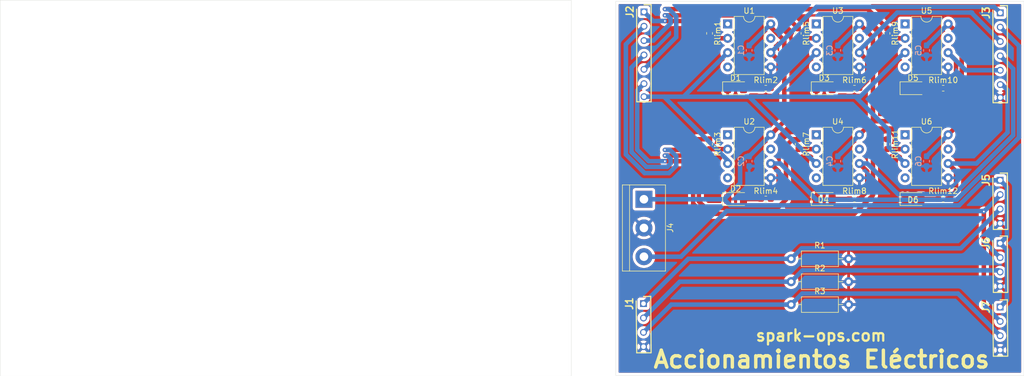
<source format=kicad_pcb>
(kicad_pcb
	(version 20240108)
	(generator "pcbnew")
	(generator_version "8.0")
	(general
		(thickness 1.6)
		(legacy_teardrops no)
	)
	(paper "A4")
	(layers
		(0 "F.Cu" signal)
		(31 "B.Cu" signal)
		(32 "B.Adhes" user "B.Adhesive")
		(33 "F.Adhes" user "F.Adhesive")
		(34 "B.Paste" user)
		(35 "F.Paste" user)
		(36 "B.SilkS" user "B.Silkscreen")
		(37 "F.SilkS" user "F.Silkscreen")
		(38 "B.Mask" user)
		(39 "F.Mask" user)
		(40 "Dwgs.User" user "User.Drawings")
		(41 "Cmts.User" user "User.Comments")
		(42 "Eco1.User" user "User.Eco1")
		(43 "Eco2.User" user "User.Eco2")
		(44 "Edge.Cuts" user)
		(45 "Margin" user)
		(46 "B.CrtYd" user "B.Courtyard")
		(47 "F.CrtYd" user "F.Courtyard")
		(48 "B.Fab" user)
		(49 "F.Fab" user)
		(50 "User.1" user)
		(51 "User.2" user)
		(52 "User.3" user)
		(53 "User.4" user)
		(54 "User.5" user)
		(55 "User.6" user)
		(56 "User.7" user)
		(57 "User.8" user)
		(58 "User.9" user)
	)
	(setup
		(pad_to_mask_clearance 0)
		(allow_soldermask_bridges_in_footprints no)
		(pcbplotparams
			(layerselection 0x00010fc_ffffffff)
			(plot_on_all_layers_selection 0x0000000_00000000)
			(disableapertmacros no)
			(usegerberextensions no)
			(usegerberattributes yes)
			(usegerberadvancedattributes yes)
			(creategerberjobfile yes)
			(dashed_line_dash_ratio 12.000000)
			(dashed_line_gap_ratio 3.000000)
			(svgprecision 4)
			(plotframeref no)
			(viasonmask no)
			(mode 1)
			(useauxorigin no)
			(hpglpennumber 1)
			(hpglpenspeed 20)
			(hpglpendiameter 15.000000)
			(pdf_front_fp_property_popups yes)
			(pdf_back_fp_property_popups yes)
			(dxfpolygonmode yes)
			(dxfimperialunits yes)
			(dxfusepcbnewfont yes)
			(psnegative no)
			(psa4output no)
			(plotreference yes)
			(plotvalue yes)
			(plotfptext yes)
			(plotinvisibletext no)
			(sketchpadsonfab no)
			(subtractmaskfromsilk no)
			(outputformat 1)
			(mirror no)
			(drillshape 0)
			(scaleselection 1)
			(outputdirectory "GerbersEnclosure/")
		)
	)
	(net 0 "")
	(net 1 "S3")
	(net 2 "S2")
	(net 3 "S1")
	(net 4 "S4")
	(net 5 "S5")
	(net 6 "S6")
	(net 7 "Q1")
	(net 8 "Net-(D1-A)")
	(net 9 "Net-(D2-A)")
	(net 10 "Net-(D3-A)")
	(net 11 "Net-(D4-A)")
	(net 12 "Net-(D5-A)")
	(net 13 "Net-(U1-A)")
	(net 14 "Net-(U2-A)")
	(net 15 "Net-(U3-A)")
	(net 16 "Net-(U4-A)")
	(net 17 "Net-(U5-A)")
	(net 18 "Net-(U6-A)")
	(net 19 "unconnected-(U1-VO-Pad7)")
	(net 20 "unconnected-(U1-NC-Pad4)")
	(net 21 "unconnected-(U1-NC-Pad1)")
	(net 22 "unconnected-(U2-VO-Pad7)")
	(net 23 "unconnected-(U2-NC-Pad1)")
	(net 24 "unconnected-(U2-NC-Pad4)")
	(net 25 "unconnected-(U3-VO-Pad7)")
	(net 26 "unconnected-(U3-NC-Pad1)")
	(net 27 "unconnected-(U3-NC-Pad4)")
	(net 28 "unconnected-(U4-VO-Pad7)")
	(net 29 "unconnected-(U4-NC-Pad1)")
	(net 30 "unconnected-(U4-NC-Pad4)")
	(net 31 "unconnected-(U5-NC-Pad4)")
	(net 32 "unconnected-(U5-VO-Pad7)")
	(net 33 "unconnected-(U5-NC-Pad1)")
	(net 34 "unconnected-(U6-VO-Pad7)")
	(net 35 "unconnected-(U6-NC-Pad4)")
	(net 36 "unconnected-(U6-NC-Pad1)")
	(net 37 "Net-(D6-A)")
	(net 38 "Q5")
	(net 39 "Q2")
	(net 40 "Q4")
	(net 41 "Q3")
	(net 42 "Q6")
	(net 43 "GND1")
	(net 44 "GND2")
	(net 45 "+VDC")
	(net 46 "-VDC")
	(net 47 "Net-(J1-Pad3)")
	(net 48 "Net-(J1-Pad2)")
	(net 49 "Net-(J1-Pad1)")
	(footprint "Package_DIP:DIP-8_W7.62mm" (layer "F.Cu") (at 207.665 65.915))
	(footprint "Diode_SMD:D_1206_3216Metric" (layer "F.Cu") (at 209.065 57.68))
	(footprint "sparkOpsHuellas:ConnSocket6" (layer "F.Cu") (at 224.5 44.34 -90))
	(footprint "Resistor_THT:R_Axial_DIN0207_L6.3mm_D2.5mm_P10.16mm_Horizontal" (layer "F.Cu") (at 187.52 87.85))
	(footprint "Package_DIP:DIP-8_W7.62mm" (layer "F.Cu") (at 176.285 65.915))
	(footprint "Inductor_SMD:L_0603_1608Metric_Pad1.05x0.95mm_HandSolder" (layer "F.Cu") (at 198.71 77.285))
	(footprint "Inductor_SMD:L_0603_1608Metric_Pad1.05x0.95mm_HandSolder" (layer "F.Cu") (at 204.465 67.58 -90))
	(footprint "sparkOpsHuellas:ConnSocket6" (layer "F.Cu") (at 161.485 44.17675 -90))
	(footprint "sparkOpsHuellas:ConnSocket6" (layer "F.Cu") (at 224.485 96.38 -90))
	(footprint "Inductor_SMD:L_0603_1608Metric_Pad1.05x0.95mm_HandSolder" (layer "F.Cu") (at 204.465 47.975 -90))
	(footprint "Package_DIP:DIP-8_W7.62mm" (layer "F.Cu") (at 191.965 65.915))
	(footprint "Inductor_SMD:L_0603_1608Metric_Pad1.05x0.95mm_HandSolder" (layer "F.Cu") (at 183.03 57.68))
	(footprint "Package_DIP:DIP-8_W7.62mm" (layer "F.Cu") (at 191.965 46.31))
	(footprint "Diode_SMD:D_1206_3216Metric" (layer "F.Cu") (at 193.365 57.68))
	(footprint "Inductor_SMD:L_0603_1608Metric_Pad1.05x0.95mm_HandSolder" (layer "F.Cu") (at 188.765 67.58 -90))
	(footprint "sparkOpsHuellas:ConnSocket6" (layer "F.Cu") (at 224.485 85.1 -90))
	(footprint "Diode_SMD:D_1206_3216Metric" (layer "F.Cu") (at 209.065 77.285))
	(footprint "Inductor_SMD:L_0603_1608Metric_Pad1.05x0.95mm_HandSolder" (layer "F.Cu") (at 173.085 67.58 -90))
	(footprint "Inductor_SMD:L_0603_1608Metric_Pad1.05x0.95mm_HandSolder" (layer "F.Cu") (at 188.765 47.975 -90))
	(footprint "Inductor_SMD:L_0603_1608Metric_Pad1.05x0.95mm_HandSolder" (layer "F.Cu") (at 214.41 77.285))
	(footprint "Inductor_SMD:L_0603_1608Metric_Pad1.05x0.95mm_HandSolder" (layer "F.Cu") (at 198.71 57.68))
	(footprint "Resistor_THT:R_Axial_DIN0207_L6.3mm_D2.5mm_P10.16mm_Horizontal" (layer "F.Cu") (at 187.52 91.9))
	(footprint "TerminalBlock:TerminalBlock_bornier-3_P5.08mm" (layer "F.Cu") (at 161.475 77.32 -90))
	(footprint "sparkOpsHuellas:ConnSocket6" (layer "F.Cu") (at 224.485 73.96 -90))
	(footprint "Inductor_SMD:L_0603_1608Metric_Pad1.05x0.95mm_HandSolder" (layer "F.Cu") (at 214.41 57.68))
	(footprint "Package_DIP:DIP-8_W7.62mm" (layer "F.Cu") (at 176.285 46.31))
	(footprint "Inductor_SMD:L_0603_1608Metric_Pad1.05x0.95mm_HandSolder" (layer "F.Cu") (at 173.085 47.975 -90))
	(footprint "Resistor_THT:R_Axial_DIN0207_L6.3mm_D2.5mm_P10.16mm_Horizontal" (layer "F.Cu") (at 187.52 95.95))
	(footprint "Package_DIP:DIP-8_W7.62mm" (layer "F.Cu") (at 207.665 46.31))
	(footprint "Diode_SMD:D_1206_3216Metric" (layer "F.Cu") (at 177.685 57.68))
	(footprint "sparkOpsHuellas:ConnSocket6" (layer "F.Cu") (at 161.4 95.78 -90))
	(footprint "Diode_SMD:D_1206_3216Metric" (layer "F.Cu") (at 177.685 77.285))
	(footprint "Diode_SMD:D_1206_3216Metric" (layer "F.Cu") (at 193.365 77.285))
	(footprint "Inductor_SMD:L_0603_1608Metric_Pad1.05x0.95mm_HandSolder" (layer "F.Cu") (at 183.03 77.285))
	(footprint "Inductor_SMD:L_0603_1608Metric_Pad1.05x0.95mm_HandSolder" (layer "B.Cu") (at 195.765 70.59 -90))
	(footprint "Inductor_SMD:L_0603_1608Metric_Pad1.05x0.95mm_HandSolder" (layer "B.Cu") (at 180.085 50.985 -90))
	(footprint "Inductor_SMD:L_0603_1608Metric_Pad1.05x0.95mm_HandSolder" (layer "B.Cu") (at 211.465 50.985 -90))
	(footprint "Inductor_SMD:L_0603_1608Metric_Pad1.05x0.95mm_HandSolder"
		(layer "B.Cu")
		(uuid "cad068ae-e46b-43a7-96d0-15d3dfba3f16")
		(at 195.765 50.985 -90)
		(descr "Inductor SMD 0603 (1608 Metric), square (rectangular) end terminal, IPC_7351 nominal with elongated pad for handsoldering. (Body size source: http://www.tortai-tech.com/upload/download/2011102023233369053.pdf), generated with kicad-footprint-generator")
		(tags "inductor handsolder")
		(property "Reference" "C3"
			(at 0 1.43 90)
			(layer "B.SilkS")
			(uuid "ecf1bd16-ecef-4f6f-a3a9-0db832288cc4")
			(effects
				(font
					(size 1 1)
					(thickness 0.15)
				)
				(justify mirror)
			)
		)
		(property "Value" "0.1uF"
			(at 0 -1.43 90)
			(layer "B.Fab")
			(uuid "94ffb3e1-a9ef-4763-ba53-599c6881d89c")
			(effects
				(font
					(size 1 1)
					(thickness 0.15)
				)
				(justify mirror)
			)
		)
		(property "Footprint" "Inductor_SMD:L_0603_1608Metric_Pad1.05x0.95mm_HandSolder"
			(at 0 0 90)
			(unlocked yes)
			(layer "B.Fab")
			(hide yes)
			(uuid "c24c6e7a-2103-45b8-bdf0-6b5b6afdb869")
			(effects
				(font
					(size 1.27 1.27)
					(thickness 0.15)
				)
				(justify mirror)
			)
		)
		(property "Datasheet" ""
			(at 0 0 90)
			(unlocked yes)
			(layer "B.Fab")
			(hide yes)
			(uuid "3f7ee7fd-8713-4b6e-9639-5e77629e6228")
			(effects
				(font
					(size 1.27 1.27)
					(thickness 0.15)
				)
				(justify mirror)
			)
		)
		(property "Description" "Unpolarized capacitor"
			(at 0 0 90)
			(unlocked yes)
			(layer "B.Fab")
			(hide yes)
			(uuid "0275f983-531f-4006-a395-5e88e0573ba8")
			(effects
				(font
					(size 1.27 1.27)
					(thickness 0.15)
				)
				(justify mirror)
			)
		)
		(property ki_fp_filters "C_*")
		(path "/8fd351c4-cefb-4df8-8021-bca2b56d53e0")
		(sheetname "Raíz")
		(sheetfile "AmplifOptoacopladorEnclosure.kicad_sch")
		(attr smd)
		(fp_line
			(start 0.171267 0.51)
			(end -0.171267 0.51)
			(stroke
				(width 0.12)
				(type solid)
			)
			(layer "B.SilkS")
			(uuid "5f8d4862-6af8-4cd3-b7b0-5a4dd10cef54")
		)
		(fp_line
			(start 0.171267 -0.51)
			(end -0.171267 -0.51)
			(stroke
				(width 0.12)
				(type solid)
			)
			(layer "B.SilkS")
			(uuid "cd7b7328-bd46-4b07-89fd-9efcb44ebf81")
		)
		(fp_line
			(start -1.65 0.73)
			(end -1.65 -0.73)
			(stroke
				(width 0.05)
				(type solid)
			)
			(layer "B.CrtYd")
			(uuid "ea6ac785-5fc0-454b-a3ba-0211f1b51e67")
		)
		(fp_line
			(start 1.65 0.73)
			(end -1.65 0.73)
			(stroke
				(width 0.05)
				(type solid)
			)
			(layer "B.CrtYd")
			(uuid "846fc318-92c0-4e50-9bcb-9e477dfc275c")
		)
		(fp_line
			(start -1.65 -0.73)
			(end 1.65 -0.73)
			(stroke
				(width 0.05)
				(type solid)
			)
			(layer "B.CrtYd")
			(uuid "6f377704-a821-4bac-84f6-7688193791bc")
		)
		(fp_line
			(start 1.65 -0.73)
			(end 1.65 0.73)
			(stroke
				(width 0.05)
				(type solid)
			)
			(layer "B.CrtYd")
... [351745 chars truncated]
</source>
